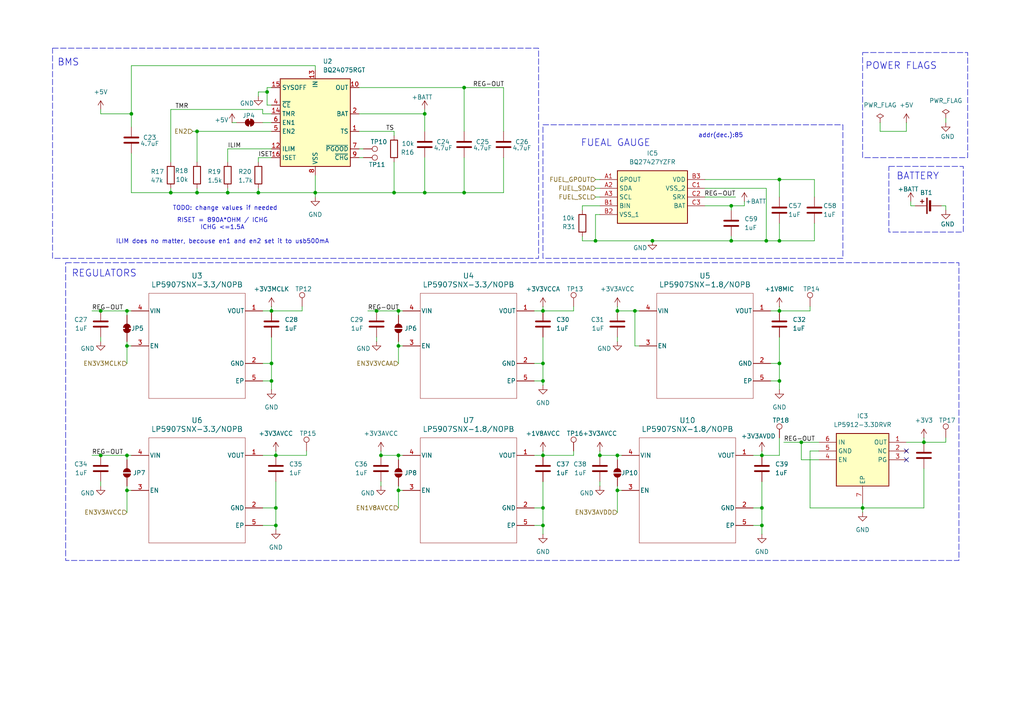
<source format=kicad_sch>
(kicad_sch (version 20250114) (generator "eeschema") (generator_version "9.0")
  (paper "A4")
  (title_block (title "POWER"))
  (lib_symbols
    (symbol "BQ27427YZFR:BQ27427YZFR"
      (property "Reference" "IC" (at 26.67 7.62 0))
      (property "Value" "BQ27427YZFR" (at 26.67 5.08 0))
      (symbol "BQ27427YZFR_1_1"
        (pin passive line (at 0 0 0) (length 5.08) (name "GPOUT") (number "A1"))
        (pin passive line (at 0 -2.54 0) (length 5.08) (name "SDA") (number "A2"))
        (pin passive line (at 0 -5.08 0) (length 5.08) (name "SCL") (number "A3"))
        (pin passive line (at 0 -7.62 0) (length 5.08) (name "BIN") (number "B1"))
        (pin passive line (at 0 -10.16 0) (length 5.08) (name "VSS_1") (number "B2"))
        (pin passive line (at 30.48 0 180) (length 5.08) (name "VDD") (number "B3"))
        (pin passive line (at 30.48 -2.54 180) (length 5.08) (name "VSS_2") (number "C1"))
        (pin passive line (at 30.48 -5.08 180) (length 5.08) (name "SRX") (number "C2"))
        (pin passive line (at 30.48 -7.62 180) (length 5.08) (name "BAT") (number "C3"))
      )
    )
    (symbol "Battery_Management:BQ24075RGT"
      (property "Reference" "U" (at -8.89 13.97 0))
      (property "Value" "BQ24075RGT" (at 16.51 13.97 0))
      (symbol "BQ24075RGT_1_1"
        (pin input line (at -12.7 10.16 0) (length 2.54) (name "SYSOFF") (number "15"))
        (pin input line (at -12.7 5.08 0) (length 2.54) (name "~{CE}") (number "4"))
        (pin input line (at -12.7 2.54 0) (length 2.54) (name "TMR") (number "14"))
        (pin input line (at -12.7 0 0) (length 2.54) (name "EN1") (number "6"))
        (pin input line (at -12.7 -2.54 0) (length 2.54) (name "EN2") (number "5"))
        (pin passive line (at -12.7 -7.62 0) (length 2.54) (name "ILIM") (number "12"))
        (pin passive line (at -12.7 -10.16 0) (length 2.54) (name "ISET") (number "16"))
        (pin power_in line (at 0 15.24 270) (length 2.54) (name "IN") (number "13"))
        (pin passive line (at 0 -15.24 90) (length 2.54) (hide yes) (name "VSS") (number "17"))
        (pin power_in line (at 0 -15.24 90) (length 2.54) (name "VSS") (number "8"))
        (pin power_out line (at 12.7 10.16 180) (length 2.54) (name "OUT") (number "10"))
        (pin passive line (at 12.7 10.16 180) (length 2.54) (hide yes) (name "OUT") (number "11"))
        (pin power_out line (at 12.7 2.54 180) (length 2.54) (name "BAT") (number "2"))
        (pin passive line (at 12.7 2.54 180) (length 2.54) (hide yes) (name "BAT") (number "3"))
        (pin passive line (at 12.7 -2.54 180) (length 2.54) (name "TS") (number "1"))
        (pin open_collector line (at 12.7 -7.62 180) (length 2.54) (name "~{PGOOD}") (number "7"))
        (pin open_collector line (at 12.7 -10.16 180) (length 2.54) (name "~{CHG}") (number "9"))
      )
    )
    (symbol "Connector:TestPoint" (pin_numbers (hide yes)) (pin_names (offset 0.762) (hide yes))
      (property "Reference" "TP" (at 0 6.858 0))
      (property "Value" "TestPoint" (at 0 5.08 0))
      (symbol "TestPoint_1_1"
        (pin passive line (at 0 0 90) (length 2.54) (name "1") (number "1"))
      )
    )
    (symbol "Device:Battery_Cell" (pin_numbers (hide yes)) (pin_names (offset 0) (hide yes))
      (property "Reference" "BT" (at 2.54 2.54 0))
      (property "Value" "Battery_Cell" (at 2.54 0 0))
      (symbol "Battery_Cell_1_1"
        (pin passive line (at 0 5.08 270) (length 2.54) (name "+") (number "1"))
        (pin passive line (at 0 -2.54 90) (length 2.54) (name "-") (number "2"))
      )
    )
    (symbol "Device:C" (pin_numbers (hide yes)) (pin_names (offset 0.254))
      (property "Reference" "C" (at 0.635 2.54 0))
      (property "Value" "C" (at 0.635 -2.54 0))
      (symbol "C_1_1"
        (pin passive line (at 0 3.81 270) (length 2.794) (name "~") (number "1"))
        (pin passive line (at 0 -3.81 90) (length 2.794) (name "~") (number "2"))
      )
    )
    (symbol "Device:R" (pin_numbers (hide yes)) (pin_names (offset 0))
      (property "Reference" "R" (at 2.032 0 90))
      (property "Value" "R" (at 0 0 90))
      (symbol "R_1_1"
        (pin passive line (at 0 3.81 270) (length 1.27) (name "~") (number "1"))
        (pin passive line (at 0 -3.81 90) (length 1.27) (name "~") (number "2"))
      )
    )
    (symbol "Jumper:SolderJumper_2_Bridged" (pin_numbers (hide yes)) (pin_names (offset 0) (hide yes)) (in_bom no)
      (property "Reference" "JP" (at 0 2.032 0))
      (property "Value" "SolderJumper_2_Bridged" (at 0 -2.54 0))
      (symbol "SolderJumper_2_Bridged_1_1"
        (pin passive line (at -3.81 0 0) (length 2.54) (name "A") (number "1"))
        (pin passive line (at 3.81 0 180) (length 2.54) (name "B") (number "2"))
      )
    )
    (symbol "Jumper:SolderJumper_2_Open" (pin_numbers (hide yes)) (pin_names (offset 0) (hide yes)) (in_bom no)
      (property "Reference" "JP" (at 0 2.032 0))
      (property "Value" "SolderJumper_2_Open" (at 0 -2.54 0))
      (symbol "SolderJumper_2_Open_1_1"
        (pin passive line (at -3.81 0 0) (length 2.54) (name "A") (number "1"))
        (pin passive line (at 3.81 0 180) (length 2.54) (name "B") (number "2"))
      )
    )
    (symbol "LP5907SNX-1-8-NOPB:LP5907SNX-1.8_NOPB" (pin_names (offset 0.254))
      (property "Reference" "U" (at 0 2.54 0))
      (property "Value" "LP5907SNX-1.8/NOPB" (at 0 0 0))
      (symbol "LP5907SNX-1.8_NOPB_0_1"
        (pin power_in line (at -17.78 10.16 0) (length 5.08) (name "VIN") (number "4"))
        (pin input line (at -17.78 0 0) (length 5.08) (name "EN") (number "3"))
        (pin power_in line (at 20.32 -5.08 180) (length 5.08) (name "GND") (number "2"))
        (pin power_in line (at 20.32 -10.16 180) (length 5.08) (name "EP") (number "5"))
      )
      (symbol "LP5907SNX-1.8_NOPB_1_1"
        (pin power_out line (at 20.32 10.16 180) (length 5.08) (name "VOUT") (number "1"))
      )
    )
    (symbol "LP5907SNX-3-3-NOPB:LP5907SNX-3.3_NOPB" (pin_names (offset 0.254))
      (property "Reference" "U" (at 0 2.54 0))
      (property "Value" "LP5907SNX-3.3/NOPB" (at 0 0 0))
      (symbol "LP5907SNX-3.3_NOPB_0_1"
        (pin power_in line (at -17.78 10.16 0) (length 5.08) (name "VIN") (number "4"))
        (pin input line (at -17.78 0 0) (length 5.08) (name "EN") (number "3"))
        (pin power_in line (at 20.32 -5.08 180) (length 5.08) (name "GND") (number "2"))
        (pin power_in line (at 20.32 -10.16 180) (length 5.08) (name "EP") (number "5"))
      )
      (symbol "LP5907SNX-3.3_NOPB_1_1"
        (pin power_out line (at 20.32 10.16 180) (length 5.08) (name "VOUT") (number "1"))
      )
    )
    (symbol "LP5912-3_3DRVR:LP5912-3.3DRVR"
      (property "Reference" "IC" (at 21.59 7.62 0))
      (property "Value" "LP5912-3.3DRVR" (at 21.59 5.08 0))
      (symbol "LP5912-3.3DRVR_1_1"
        (pin power_out line (at 0 0 0) (length 5.08) (name "OUT") (number "1"))
        (pin no_connect line (at 0 -2.54 0) (length 5.08) (name "NC") (number "2"))
        (pin passive line (at 0 -5.08 0) (length 5.08) (name "PG") (number "3"))
        (pin power_in line (at 12.7 -17.78 90) (length 5.08) (name "EP") (number "7"))
        (pin power_in line (at 25.4 0 180) (length 5.08) (name "IN") (number "6"))
        (pin power_in line (at 25.4 -2.54 180) (length 5.08) (name "GND") (number "5"))
        (pin passive line (at 25.4 -5.08 180) (length 5.08) (name "EN") (number "4"))
      )
    )
    (symbol "power:+1V8" (power) (pin_numbers (hide yes)) (pin_names (offset 0) (hide yes))
      (property "Value" "+1V8" (at 0 3.556 0))
      (symbol "+1V8_1_1"
        (pin power_in line (at 0 0 90) (length 0) (name "~") (number "1"))
      )
    )
    (symbol "power:+3V3" (power) (pin_numbers (hide yes)) (pin_names (offset 0) (hide yes))
      (property "Value" "+3V3" (at 0 3.556 0))
      (symbol "+3V3_1_1"
        (pin power_in line (at 0 0 90) (length 0) (name "~") (number "1"))
      )
    )
    (symbol "power:+5V" (power) (pin_numbers (hide yes)) (pin_names (offset 0) (hide yes))
      (property "Value" "+5V" (at 0 3.556 0))
      (symbol "+5V_1_1"
        (pin power_in line (at 0 0 90) (length 0) (name "~") (number "1"))
      )
    )
    (symbol "power:+BATT" (power) (pin_numbers (hide yes)) (pin_names (offset 0) (hide yes))
      (property "Value" "+BATT" (at 0 3.556 0))
      (symbol "+BATT_1_1"
        (pin power_in line (at 0 0 90) (length 0) (name "~") (number "1"))
      )
    )
    (symbol "power:GND" (power) (pin_numbers (hide yes)) (pin_names (offset 0) (hide yes))
      (property "Value" "GND" (at 0 -3.81 0))
      (symbol "GND_1_1"
        (pin power_in line (at 0 0 270) (length 0) (name "~") (number "1"))
      )
    )
    (symbol "power:PWR_FLAG" (power) (pin_numbers (hide yes)) (pin_names (offset 0) (hide yes))
      (property "Value" "PWR_FLAG" (at 0 3.81 0))
      (symbol "PWR_FLAG_0_0"
        (pin power_out line (at 0 0 90) (length 0) (name "~") (number "1"))
      )
    )
  )
  (rectangle (start 250.19 15.24) (end 280.67 45.72) (stroke (width 0) (type dash)))
  (rectangle (start 19.05 76.2) (end 278.13 162.56) (stroke (width 0) (type dash)))
  (rectangle (start 257.81 48.26) (end 279.4 67.31) (stroke (width 0) (type dash)))
  (rectangle (start 15.24 13.97) (end 156.21 74.93) (stroke (width 0) (type dash)))
  (rectangle (start 157.48 36.195) (end 244.475 74.93) (stroke (width 0) (type dash)))
  (text "TODO: change values if needed" (at 65.278 60.452 0) (effects (font (size 1.27 1.27))))
  (text "FUEAL GAUGE" (at 178.562 40.386 0) (effects (font (size 2 2)) (justify top)))
  (text "BMS" (at 19.812 17.018 0) (effects (font (size 2 2)) (justify top)))
  (text "POWER FLAGS" (at 261.366 18.034 0) (effects (font (size 2 2)) (justify top)))
  (text "RISET = 890A*OHM / ICHG\nICHG <=1.5A\n\nILIM does no matter, becouse en1 and en2 set it to usb500mA" (at 64.516 67.056 0) (effects (font (size 1.27 1.27))))
  (text "BATTERY\n" (at 266.192 50.038 0) (effects (font (size 2 2)) (justify top)))
  (text "addr(dec.):85" (at 209.042 39.37 0) (effects (font (size 1.27 1.27))))
  (text "REGULATORS" (at 30.226 78.232 0) (effects (font (size 2 2)) (justify top)))
  (junction (at 189.23 69.85))
  (junction (at 36.83 100.33))
  (junction (at 80.01 152.4))
  (junction (at 157.48 147.32))
  (junction (at 220.98 132.08))
  (junction (at 80.01 147.32))
  (junction (at 267.97 128.27))
  (junction (at 29.21 90.17))
  (junction (at 78.74 105.41))
  (junction (at 212.09 69.85))
  (junction (at 91.44 55.88))
  (junction (at 66.04 55.88))
  (junction (at 110.49 132.08))
  (junction (at 179.07 132.08))
  (junction (at 250.19 147.32))
  (junction (at 226.06 105.41))
  (junction (at 232.41 128.27))
  (junction (at 157.48 110.49))
  (junction (at 36.83 90.17))
  (junction (at 157.48 105.41))
  (junction (at 157.48 152.4))
  (junction (at 36.83 132.08))
  (junction (at 157.48 90.17))
  (junction (at 115.57 132.08))
  (junction (at 220.98 147.32))
  (junction (at 29.21 132.08))
  (junction (at 179.07 142.24))
  (junction (at 220.98 152.4))
  (junction (at 212.09 59.69))
  (junction (at 78.74 90.17))
  (junction (at 226.06 110.49))
  (junction (at 49.53 55.88))
  (junction (at 123.19 33.02))
  (junction (at 172.72 69.85))
  (junction (at 78.74 110.49))
  (junction (at 173.99 132.08))
  (junction (at 134.62 25.4))
  (junction (at 222.25 69.85))
  (junction (at 115.57 142.24))
  (junction (at 226.06 52.07))
  (junction (at 184.15 90.17))
  (junction (at 77.47 26.67))
  (junction (at 80.01 132.08))
  (junction (at 226.06 90.17))
  (junction (at 109.22 90.17))
  (junction (at 57.15 38.1))
  (junction (at 115.57 90.17))
  (junction (at 36.83 142.24))
  (junction (at 226.06 69.85))
  (junction (at 57.15 55.88))
  (junction (at 114.3 55.88))
  (junction (at 134.62 55.88))
  (junction (at 74.93 55.88))
  (junction (at 38.1 33.02))
  (junction (at 123.19 55.88))
  (junction (at 115.57 100.33))
  (junction (at 179.07 90.17))
  (junction (at 157.48 132.08))
  (no_connect (at 262.89 130.81))
  (no_connect (at 262.89 133.35))
  (wire (pts (xy 57.15 38.1) (xy 57.15 46.99)))
  (wire (pts (xy 49.53 31.75) (xy 76.2 31.75)))
  (wire (pts (xy 80.01 139.7) (xy 80.01 147.32)))
  (wire (pts (xy 76.2 90.17) (xy 78.74 90.17)))
  (wire (pts (xy 168.91 60.96) (xy 168.91 59.69)))
  (wire (pts (xy 234.95 147.32) (xy 250.19 147.32)))
  (wire (pts (xy 115.57 90.17) (xy 115.57 91.44)))
  (wire (pts (xy 237.49 133.35) (xy 232.41 133.35)))
  (wire (pts (xy 115.57 142.24) (xy 115.57 140.97)))
  (wire (pts (xy 168.91 68.58) (xy 168.91 69.85)))
  (wire (pts (xy 218.44 152.4) (xy 220.98 152.4)))
  (wire (pts (xy 179.07 142.24) (xy 179.07 148.59)))
  (wire (pts (xy 57.15 54.61) (xy 57.15 55.88)))
  (wire (pts (xy 250.19 147.32) (xy 250.19 148.59)))
  (wire (pts (xy 166.37 132.08) (xy 157.48 132.08)))
  (wire (pts (xy 274.32 60.96) (xy 274.32 59.69)))
  (wire (pts (xy 115.57 132.08) (xy 115.57 133.35)))
  (wire (pts (xy 226.06 105.41) (xy 226.06 110.49)))
  (wire (pts (xy 106.68 90.17) (xy 109.22 90.17)))
  (wire (pts (xy 146.05 38.1) (xy 146.05 25.4)))
  (wire (pts (xy 226.06 90.17) (xy 226.06 88.9)))
  (wire (pts (xy 223.52 90.17) (xy 226.06 90.17)))
  (wire (pts (xy 274.32 34.29) (xy 274.32 35.56)))
  (wire (pts (xy 38.1 142.24) (xy 36.83 142.24)))
  (wire (pts (xy 38.1 19.05) (xy 38.1 33.02)))
  (wire (pts (xy 172.72 62.23) (xy 173.99 62.23)))
  (wire (pts (xy 226.06 64.77) (xy 226.06 69.85)))
  (wire (pts (xy 29.21 99.06) (xy 29.21 97.79)))
  (wire (pts (xy 77.47 25.4) (xy 77.47 26.67)))
  (wire (pts (xy 36.83 100.33) (xy 38.1 100.33)))
  (wire (pts (xy 91.44 19.05) (xy 91.44 20.32)))
  (wire (pts (xy 91.44 19.05) (xy 38.1 19.05)))
  (wire (pts (xy 105.41 43.18) (xy 104.14 43.18)))
  (wire (pts (xy 134.62 45.72) (xy 134.62 55.88)))
  (wire (pts (xy 189.23 69.85) (xy 172.72 69.85)))
  (wire (pts (xy 157.48 90.17) (xy 157.48 88.9)))
  (wire (pts (xy 250.19 146.05) (xy 250.19 147.32)))
  (wire (pts (xy 173.99 132.08) (xy 179.07 132.08)))
  (wire (pts (xy 267.97 147.32) (xy 250.19 147.32)))
  (wire (pts (xy 179.07 140.97) (xy 179.07 142.24)))
  (wire (pts (xy 226.06 127) (xy 226.06 132.08)))
  (wire (pts (xy 91.44 57.15) (xy 91.44 55.88)))
  (wire (pts (xy 226.06 132.08) (xy 220.98 132.08)))
  (wire (pts (xy 104.14 33.02) (xy 123.19 33.02)))
  (wire (pts (xy 29.21 140.97) (xy 29.21 139.7)))
  (wire (pts (xy 220.98 139.7) (xy 220.98 147.32)))
  (wire (pts (xy 74.93 45.72) (xy 74.93 46.99)))
  (wire (pts (xy 222.25 54.61) (xy 222.25 69.85)))
  (wire (pts (xy 179.07 132.08) (xy 180.34 132.08)))
  (wire (pts (xy 267.97 127) (xy 267.97 128.27)))
  (wire (pts (xy 76.2 33.02) (xy 78.74 33.02)))
  (wire (pts (xy 76.2 31.75) (xy 76.2 33.02)))
  (wire (pts (xy 78.74 90.17) (xy 78.74 88.9)))
  (wire (pts (xy 104.14 38.1) (xy 114.3 38.1)))
  (wire (pts (xy 74.93 45.72) (xy 78.74 45.72)))
  (wire (pts (xy 115.57 100.33) (xy 116.84 100.33)))
  (wire (pts (xy 87.63 88.9) (xy 87.63 90.17)))
  (wire (pts (xy 237.49 130.81) (xy 234.95 130.81)))
  (wire (pts (xy 114.3 55.88) (xy 123.19 55.88)))
  (wire (pts (xy 36.83 132.08) (xy 36.83 133.35)))
  (wire (pts (xy 226.06 69.85) (xy 222.25 69.85)))
  (wire (pts (xy 204.47 57.15) (xy 213.36 57.15)))
  (wire (pts (xy 218.44 132.08) (xy 220.98 132.08)))
  (wire (pts (xy 154.94 147.32) (xy 157.48 147.32)))
  (wire (pts (xy 76.2 105.41) (xy 78.74 105.41)))
  (wire (pts (xy 87.63 90.17) (xy 78.74 90.17)))
  (wire (pts (xy 114.3 38.1) (xy 114.3 39.37)))
  (wire (pts (xy 80.01 132.08) (xy 80.01 130.81)))
  (wire (pts (xy 274.32 59.69) (xy 273.05 59.69)))
  (wire (pts (xy 76.2 132.08) (xy 80.01 132.08)))
  (wire (pts (xy 220.98 132.08) (xy 220.98 130.81)))
  (wire (pts (xy 49.53 55.88) (xy 57.15 55.88)))
  (wire (pts (xy 36.83 105.41) (xy 36.83 100.33)))
  (wire (pts (xy 78.74 105.41) (xy 78.74 110.49)))
  (wire (pts (xy 189.23 69.85) (xy 212.09 69.85)))
  (wire (pts (xy 114.3 46.99) (xy 114.3 55.88)))
  (wire (pts (xy 36.83 132.08) (xy 38.1 132.08)))
  (wire (pts (xy 185.42 100.33) (xy 184.15 100.33)))
  (wire (pts (xy 49.53 54.61) (xy 49.53 55.88)))
  (wire (pts (xy 36.83 142.24) (xy 36.83 148.59)))
  (wire (pts (xy 157.48 105.41) (xy 157.48 110.49)))
  (wire (pts (xy 212.09 69.85) (xy 222.25 69.85)))
  (wire (pts (xy 104.14 25.4) (xy 134.62 25.4)))
  (wire (pts (xy 74.93 26.67) (xy 74.93 27.94)))
  (wire (pts (xy 204.47 59.69) (xy 212.09 59.69)))
  (wire (pts (xy 220.98 152.4) (xy 220.98 154.94)))
  (wire (pts (xy 255.27 38.1) (xy 262.89 38.1)))
  (wire (pts (xy 123.19 55.88) (xy 134.62 55.88)))
  (wire (pts (xy 115.57 142.24) (xy 115.57 147.32)))
  (wire (pts (xy 76.2 152.4) (xy 80.01 152.4)))
  (wire (pts (xy 274.32 128.27) (xy 267.97 128.27)))
  (wire (pts (xy 116.84 142.24) (xy 115.57 142.24)))
  (wire (pts (xy 262.89 38.1) (xy 262.89 35.56)))
  (wire (pts (xy 223.52 110.49) (xy 226.06 110.49)))
  (wire (pts (xy 157.48 110.49) (xy 157.48 111.76)))
  (wire (pts (xy 109.22 99.06) (xy 109.22 97.79)))
  (wire (pts (xy 168.91 59.69) (xy 173.99 59.69)))
  (wire (pts (xy 172.72 52.07) (xy 173.99 52.07)))
  (wire (pts (xy 236.22 69.85) (xy 226.06 69.85)))
  (wire (pts (xy 38.1 33.02) (xy 38.1 36.83)))
  (wire (pts (xy 267.97 135.89) (xy 267.97 147.32)))
  (wire (pts (xy 146.05 55.88) (xy 134.62 55.88)))
  (wire (pts (xy 234.95 88.9) (xy 234.95 90.17)))
  (wire (pts (xy 29.21 132.08) (xy 36.83 132.08)))
  (wire (pts (xy 232.41 133.35) (xy 232.41 128.27)))
  (wire (pts (xy 179.07 99.06) (xy 179.07 97.79)))
  (wire (pts (xy 78.74 97.79) (xy 78.74 105.41)))
  (wire (pts (xy 36.83 142.24) (xy 36.83 140.97)))
  (wire (pts (xy 157.48 97.79) (xy 157.48 105.41)))
  (wire (pts (xy 29.21 33.02) (xy 38.1 33.02)))
  (wire (pts (xy 154.94 152.4) (xy 157.48 152.4)))
  (wire (pts (xy 215.9 58.42) (xy 215.9 59.69)))
  (wire (pts (xy 154.94 90.17) (xy 157.48 90.17)))
  (wire (pts (xy 57.15 38.1) (xy 78.74 38.1)))
  (wire (pts (xy 74.93 55.88) (xy 91.44 55.88)))
  (wire (pts (xy 236.22 52.07) (xy 226.06 52.07)))
  (wire (pts (xy 88.9 130.81) (xy 88.9 132.08)))
  (wire (pts (xy 115.57 99.06) (xy 115.57 100.33)))
  (wire (pts (xy 157.48 139.7) (xy 157.48 147.32)))
  (wire (pts (xy 264.16 59.69) (xy 265.43 59.69)))
  (wire (pts (xy 134.62 25.4) (xy 134.62 38.1)))
  (wire (pts (xy 227.33 128.27) (xy 232.41 128.27)))
  (wire (pts (xy 154.94 132.08) (xy 157.48 132.08)))
  (wire (pts (xy 154.94 105.41) (xy 157.48 105.41)))
  (wire (pts (xy 109.22 90.17) (xy 115.57 90.17)))
  (wire (pts (xy 226.06 97.79) (xy 226.06 105.41)))
  (wire (pts (xy 173.99 140.97) (xy 173.99 139.7)))
  (wire (pts (xy 234.95 130.81) (xy 234.95 147.32)))
  (wire (pts (xy 26.67 132.08) (xy 29.21 132.08)))
  (wire (pts (xy 172.72 57.15) (xy 173.99 57.15)))
  (wire (pts (xy 36.83 90.17) (xy 38.1 90.17)))
  (wire (pts (xy 74.93 54.61) (xy 74.93 55.88)))
  (wire (pts (xy 115.57 100.33) (xy 115.57 105.41)))
  (wire (pts (xy 236.22 57.15) (xy 236.22 52.07)))
  (wire (pts (xy 74.93 26.67) (xy 77.47 26.67)))
  (wire (pts (xy 115.57 132.08) (xy 110.49 132.08)))
  (wire (pts (xy 78.74 110.49) (xy 78.74 113.03)))
  (wire (pts (xy 80.01 152.4) (xy 80.01 147.32)))
  (wire (pts (xy 154.94 110.49) (xy 157.48 110.49)))
  (wire (pts (xy 264.16 58.42) (xy 264.16 59.69)))
  (wire (pts (xy 220.98 147.32) (xy 220.98 152.4)))
  (wire (pts (xy 55.88 38.1) (xy 57.15 38.1)))
  (wire (pts (xy 66.04 43.18) (xy 78.74 43.18)))
  (wire (pts (xy 236.22 64.77) (xy 236.22 69.85)))
  (wire (pts (xy 173.99 132.08) (xy 173.99 130.81)))
  (wire (pts (xy 223.52 105.41) (xy 226.06 105.41)))
  (wire (pts (xy 180.34 142.24) (xy 179.07 142.24)))
  (wire (pts (xy 166.37 90.17) (xy 157.48 90.17)))
  (wire (pts (xy 172.72 54.61) (xy 173.99 54.61)))
  (wire (pts (xy 38.1 44.45) (xy 38.1 55.88)))
  (wire (pts (xy 134.62 25.4) (xy 146.05 25.4)))
  (wire (pts (xy 29.21 90.17) (xy 36.83 90.17)))
  (wire (pts (xy 104.14 45.72) (xy 105.41 45.72)))
  (wire (pts (xy 184.15 90.17) (xy 184.15 100.33)))
  (wire (pts (xy 172.72 69.85) (xy 172.72 62.23)))
  (wire (pts (xy 77.47 30.48) (xy 78.74 30.48)))
  (wire (pts (xy 204.47 54.61) (xy 222.25 54.61)))
  (wire (pts (xy 78.74 110.49) (xy 76.2 110.49)))
  (wire (pts (xy 116.84 132.08) (xy 115.57 132.08)))
  (wire (pts (xy 123.19 33.02) (xy 123.19 38.1)))
  (wire (pts (xy 36.83 90.17) (xy 36.83 91.44)))
  (wire (pts (xy 110.49 132.08) (xy 110.49 130.81)))
  (wire (pts (xy 26.67 90.17) (xy 29.21 90.17)))
  (wire (pts (xy 255.27 35.56) (xy 255.27 38.1)))
  (wire (pts (xy 166.37 130.81) (xy 166.37 132.08)))
  (wire (pts (xy 123.19 31.75) (xy 123.19 33.02)))
  (wire (pts (xy 157.48 152.4) (xy 157.48 154.94)))
  (wire (pts (xy 157.48 147.32) (xy 157.48 152.4)))
  (wire (pts (xy 36.83 100.33) (xy 36.83 99.06)))
  (wire (pts (xy 91.44 50.8) (xy 91.44 55.88)))
  (wire (pts (xy 76.2 35.56) (xy 78.74 35.56)))
  (wire (pts (xy 88.9 132.08) (xy 80.01 132.08)))
  (wire (pts (xy 168.91 69.85) (xy 172.72 69.85)))
  (wire (pts (xy 234.95 90.17) (xy 226.06 90.17)))
  (wire (pts (xy 157.48 132.08) (xy 157.48 130.81)))
  (wire (pts (xy 274.32 127) (xy 274.32 128.27)))
  (wire (pts (xy 184.15 90.17) (xy 179.07 90.17)))
  (wire (pts (xy 218.44 147.32) (xy 220.98 147.32)))
  (wire (pts (xy 166.37 88.9) (xy 166.37 90.17)))
  (wire (pts (xy 146.05 45.72) (xy 146.05 55.88)))
  (wire (pts (xy 110.49 140.97) (xy 110.49 139.7)))
  (wire (pts (xy 226.06 110.49) (xy 226.06 113.03)))
  (wire (pts (xy 123.19 45.72) (xy 123.19 55.88)))
  (wire (pts (xy 76.2 147.32) (xy 80.01 147.32)))
  (wire (pts (xy 38.1 55.88) (xy 49.53 55.88)))
  (wire (pts (xy 179.07 132.08) (xy 179.07 133.35)))
  (wire (pts (xy 232.41 128.27) (xy 237.49 128.27)))
  (wire (pts (xy 179.07 90.17) (xy 179.07 88.9)))
  (wire (pts (xy 49.53 31.75) (xy 49.53 46.99)))
  (wire (pts (xy 66.04 55.88) (xy 74.93 55.88)))
  (wire (pts (xy 226.06 52.07) (xy 226.06 57.15)))
  (wire (pts (xy 267.97 128.27) (xy 262.89 128.27)))
  (wire (pts (xy 212.09 59.69) (xy 212.09 60.96)))
  (wire (pts (xy 67.31 35.56) (xy 68.58 35.56)))
  (wire (pts (xy 66.04 54.61) (xy 66.04 55.88)))
  (wire (pts (xy 212.09 68.58) (xy 212.09 69.85)))
  (wire (pts (xy 204.47 52.07) (xy 226.06 52.07)))
  (wire (pts (xy 78.74 25.4) (xy 77.47 25.4)))
  (wire (pts (xy 185.42 90.17) (xy 184.15 90.17)))
  (wire (pts (xy 115.57 90.17) (xy 116.84 90.17)))
  (wire (pts (xy 57.15 55.88) (xy 66.04 55.88)))
  (wire (pts (xy 29.21 31.75) (xy 29.21 33.02)))
  (wire (pts (xy 66.04 46.99) (xy 66.04 43.18)))
  (wire (pts (xy 215.9 59.69) (xy 212.09 59.69)))
  (wire (pts (xy 80.01 152.4) (xy 80.01 153.67)))
  (wire (pts (xy 91.44 55.88) (xy 114.3 55.88)))
  (wire (pts (xy 77.47 26.67) (xy 77.47 30.48)))
  (label "REG-OUT" (at 106.68 90.17 0))
  (label "REG-OUT" (at 137.16 25.4 0))
  (label "ILIM" (at 66.04 43.18 0))
  (label "REG-OUT" (at 227.33 128.27 0))
  (label "REG-OUT" (at 213.36 57.15 180))
  (label "TMR" (at 50.8 31.75 0))
  (label "TS" (at 114.3 38.1 180))
  (label "REG-OUT" (at 26.67 132.08 0))
  (label "ISET" (at 74.93 45.72 0))
  (label "REG-OUT" (at 26.67 90.17 0))
  (hierarchical_label "EN3V3AVCC" (shape input) (at 36.83 148.59 180))
  (hierarchical_label "EN3V3MCLK" (shape input) (at 36.83 105.41 180))
  (hierarchical_label "EN3V3VCAA" (shape input) (at 115.57 105.41 180))
  (hierarchical_label "FUEL_SCL" (shape input) (at 172.72 57.15 180))
  (hierarchical_label "FUEL_SDA" (shape input) (at 172.72 54.61 180))
  (hierarchical_label "EN1V8AVCC" (shape input) (at 115.57 147.32 180))
  (hierarchical_label "EN3V3AVDD" (shape input) (at 179.07 148.59 180))
  (hierarchical_label "EN2" (shape input) (at 55.88 38.1 180))
  (hierarchical_label "FUEL_GPOUT" (shape input) (at 172.72 52.07 180))
  (symbol (lib_id "Device:C") (at 267.97 132.08 0) (unit 1)
    (property "Reference" "C33" (effects (hide yes)))
    (property "Value" "1uF" (effects (hide yes)))
    (property "Footprint" "Capacitor_SMD:C_0402_1005Metric" (effects (hide yes)))
    (property "Description" "Unpolarized capacitor" (effects (hide yes)))
  )
  (symbol (lib_id "Device:C") (at 109.22 93.98 0) (mirror y) (unit 1)
    (property "Reference" "C29" (at 105.41 92.7099 0) (effects (justify left)))
    (property "Value" "1uF" (at 105.41 95.2499 0) (effects (justify left)))
    (property "Footprint" "Capacitor_SMD:C_0402_1005Metric" (effects (hide yes)))
    (property "Description" "Unpolarized capacitor" (effects (hide yes)))
  )
  (symbol (lib_id "power:+1V8") (at 226.06 88.9 0) (unit 1)
    (property "Reference" "#PWR037" (effects (hide yes)))
    (property "Value" "+1V8MIC" (at 226.06 83.82 0))
    (property "Description" "Power symbol creates a global label with name \"+1V8\"" (effects (hide yes)))
  )
  (symbol (lib_id "power:+BATT") (at 215.9 58.42 0) (unit 1)
    (property "Reference" "#PWR0105" (effects (hide yes)))
    (property "Value" "+BATT" (at 219.202 58.42 0))
    (property "Description" "Power symbol creates a global label with name \"+BATT\"" (effects (hide yes)))
  )
  (symbol (lib_id "Jumper:SolderJumper_2_Open") (at 115.57 95.25 90) (mirror x) (unit 1) (in_bom no)
    (property "Reference" "JP6" (at 119.126 95.25 90))
    (property "Value" "SolderJumper_2_Open" (effects (hide yes)))
    (property "Footprint" "Jumper:SolderJumper-2_P1.3mm_Open_RoundedPad1.0x1.5mm" (effects (hide yes)))
    (property "Description" "Solder Jumper, 2-pole, open" (effects (hide yes)))
  )
  (symbol (lib_id "Device:C") (at 226.06 93.98 0) (unit 1)
    (property "Reference" "C32" (at 229.87 92.7099 0) (effects (justify left)))
    (property "Value" "1uF" (at 229.87 95.2499 0) (effects (justify left)))
    (property "Footprint" "Capacitor_SMD:C_0402_1005Metric" (effects (hide yes)))
    (property "Description" "Unpolarized capacitor" (effects (hide yes)))
  )
  (symbol (lib_id "Device:C") (at 173.99 135.89 0) (mirror y) (unit 1)
    (property "Reference" "C38" (at 170.18 134.6199 0) (effects (justify left)))
    (property "Value" "1uF" (at 170.18 137.1599 0) (effects (justify left)))
    (property "Footprint" "Capacitor_SMD:C_0402_1005Metric" (effects (hide yes)))
    (property "Description" "Unpolarized capacitor" (effects (hide yes)))
  )
  (symbol (lib_id "power:+1V8") (at 179.07 88.9 0) (unit 1)
    (property "Reference" "#PWR036" (effects (hide yes)))
    (property "Value" "+3V3AVCC" (at 179.07 83.82 0))
    (property "Description" "Power symbol creates a global label with name \"+1V8\"" (effects (hide yes)))
  )
  (symbol (lib_id "LP5907SNX-1-8-NOPB:LP5907SNX-1.8_NOPB") (at 203.2 100.33 0) (unit 1)
    (property "Reference" "U5" (at 204.47 80.01 0) (effects (font (size 1.524 1.524))))
    (property "Value" "LP5907SNX-1.8/NOPB" (at 204.47 82.55 0) (effects (font (size 1.524 1.524))))
    (property "Footprint" "Package_SON:Texas_X2SON-4_1x1mm_P0.65mm" (effects (hide yes)))
    (property "Datasheet" "https://www.ti.com/lit/ds/symlink/lp5907.pdf?ts=1747978823487&ref_url=https%253A%252F%252Fwww.ti.com%252Fproduct%252FLP5907%253FkeyMatch%253DLP5907-1.8%2526tisearch%253Duniversal_search" (effects (hide yes)))
  )
  (symbol (lib_id "LP5907SNX-3-3-NOPB:LP5907SNX-3.3_NOPB") (at 55.88 100.33 0) (unit 1)
    (property "Reference" "U3" (at 57.15 80.01 0) (effects (font (size 1.524 1.524))))
    (property "Value" "LP5907SNX-3.3/NOPB" (at 57.15 82.55 0) (effects (font (size 1.524 1.524))))
    (property "Footprint" "Package_SON:Texas_X2SON-4_1x1mm_P0.65mm" (effects (hide yes)))
    (property "Datasheet" "https://www.ti.com/lit/ds/symlink/lp5907.pdf?ts=1747978823487&ref_url=https%253A%252F%252Fwww.ti.com%252Fproduct%252FLP5907%253FkeyMatch%253DLP5907-1.8%2526tisearch%253Duniversal_search" (effects (hide yes)))
  )
  (symbol (lib_id "Device:C") (at 157.48 93.98 0) (unit 1)
    (property "Reference" "C30" (at 161.29 92.7099 0) (effects (justify left)))
    (property "Value" "1uF" (at 161.29 95.2499 0) (effects (justify left)))
    (property "Footprint" "Capacitor_SMD:C_0402_1005Metric" (effects (hide yes)))
    (property "Description" "Unpolarized capacitor" (effects (hide yes)))
  )
  (symbol (lib_id "LP5912-3_3DRVR:LP5912-3.3DRVR") (at 262.89 128.27 0) (mirror y) (unit 1)
    (property "Reference" "IC3" (at 250.19 120.65 0))
    (property "Value" "LP5912-3.3DRVR" (at 250.19 123.19 0))
    (property "Footprint" "LP5912-3.3DRVR:SON65P200X200X80-7N" (effects (hide yes)))
    (property "Datasheet" "http://www.ti.com/lit/gpn/lp5912" (effects (hide yes)))
    (property "Description" "500-mA low-noise low-IQ low-dropout (LDO) linear regulator" (effects (hide yes)))
    (property "Height" "0.8" (effects (hide yes)))
    (property "Manufacturer_Name" "Texas Instruments" (effects (hide yes)))
    (property "Manufacturer_Part_Number" "LP5912-3.3DRVR" (effects (hide yes)))
    (property "Mouser Part Number" "595-LP5912-3.3DRVR" (effects (hide yes)))
    (property "Mouser Price/Stock" "https://www.mouser.co.uk/ProductDetail/Texas-Instruments/LP5912-3.3DRVR?qs=n%252BTO0c4TDSY0RMrHlK%2FGvQ%3D%3D" (effects (hide yes)))
    (property "Arrow Part Number" "LP5912-3.3DRVR" (effects (hide yes)))
    (property "Arrow Price/Stock" "https://www.arrow.com/en/products/lp5912-3.3drvr/texas-instruments?utm_currency=USD&region=nac" (effects (hide yes)))
  )
  (symbol (lib_id "power:+1V8") (at 173.99 130.81 0) (unit 1)
    (property "Reference" "#PWR045" (effects (hide yes)))
    (property "Value" "+3V3AVCC" (at 173.99 125.73 0))
    (property "Description" "Power symbol creates a global label with name \"+1V8\"" (effects (hide yes)))
  )
  (symbol (lib_id "LP5907SNX-1-8-NOPB:LP5907SNX-1.8_NOPB") (at 198.12 142.24 0) (unit 1)
    (property "Reference" "U10" (at 199.39 121.92 0) (effects (font (size 1.524 1.524))))
    (property "Value" "LP5907SNX-1.8/NOPB" (at 199.39 124.46 0) (effects (font (size 1.524 1.524))))
    (property "Footprint" "Package_SON:Texas_X2SON-4_1x1mm_P0.65mm" (effects (hide yes)))
    (property "Datasheet" "https://www.ti.com/lit/ds/symlink/lp5907.pdf?ts=1747978823487&ref_url=https%253A%252F%252Fwww.ti.com%252Fproduct%252FLP5907%253FkeyMatch%253DLP5907-1.8%2526tisearch%253Duniversal_search" (effects (hide yes)))
  )
  (symbol (lib_id "Battery_Management:BQ24075RGT") (at 91.44 35.56 0) (unit 1)
    (property "Reference" "U2" (at 93.6341 17.78 0) (effects (justify left)))
    (property "Value" "BQ24075RGT" (at 93.6341 20.32 0) (effects (justify left)))
    (property "Footprint" "Package_DFN_QFN:VQFN-16-1EP_3x3mm_P0.5mm_EP1.6x1.6mm" (effects (hide yes)))
    (property "Datasheet" "http://www.ti.com/lit/ds/symlink/bq24075.pdf" (effects (hide yes)))
    (property "Description" "USB-Friendly Li-Ion Battery Charger and Power-Path Management, VQFN-16" (effects (hide yes)))
  )
  (symbol (lib_id "Device:C") (at 157.48 135.89 0) (unit 1)
    (property "Reference" "C37" (at 161.29 134.6199 0) (effects (justify left)))
    (property "Value" "1uF" (at 161.29 137.1599 0) (effects (justify left)))
    (property "Footprint" "Capacitor_SMD:C_0402_1005Metric" (effects (hide yes)))
    (property "Description" "Unpolarized capacitor" (effects (hide yes)))
  )
  (symbol (lib_id "Device:C") (at 226.06 60.96 0) (unit 1)
    (property "Reference" "C57" (at 228.6 59.69 0) (effects (justify left)))
    (property "Value" "1uF" (at 228.6 62.23 0) (effects (justify left)))
    (property "Footprint" "Capacitor_SMD:C_0402_1005Metric" (effects (hide yes)))
    (property "Description" "Unpolarized capacitor" (effects (hide yes)))
  )
  (symbol (lib_id "Jumper:SolderJumper_2_Bridged") (at 72.39 35.56 0) (unit 1) (in_bom no)
    (property "Reference" "JP4" (at 72.136 33.528 0))
    (property "Value" "SolderJumper_2_Bridged" (effects (hide yes)))
    (property "Footprint" "Jumper:SolderJumper-2_P1.3mm_Bridged_RoundedPad1.0x1.5mm" (effects (hide yes)))
    (property "Description" "Solder Jumper, 2-pole, closed/bridged" (effects (hide yes)))
  )
  (symbol (lib_id "Device:C") (at 212.09 64.77 0) (unit 1)
    (property "Reference" "C59" (at 215.9 63.4999 0) (effects (justify left)))
    (property "Value" "1uF" (at 215.9 66.0399 0) (effects (justify left)))
    (property "Footprint" "Capacitor_SMD:C_0402_1005Metric" (effects (hide yes)))
    (property "Description" "Unpolarized capacitor" (effects (hide yes)))
  )
  (symbol (lib_id "Device:Battery_Cell") (at 270.51 59.69 90) (unit 1)
    (property "Reference" "BT1" (at 270.51 55.88 90) (effects (justify left)))
    (property "Value" "Battery_Cell" (effects (hide yes)))
    (property "Footprint" "S2B-PH-SM4-TB_LF__SN_:JST_S2B-PH-SM4-TB_LF__SN_" (effects (hide yes)))
    (property "Description" "Single-cell battery" (effects (hide yes)))
  )
  (symbol (lib_id "power:GND") (at 74.93 27.94 0) (unit 1)
    (property "Reference" "#PWR029" (effects (hide yes)))
    (property "Value" "GND" (at 71.628 29.972 0))
    (property "Description" "Power symbol creates a global label with name \"GND\" , ground" (effects (hide yes)))
  )
  (symbol (lib_id "Device:C") (at 236.22 60.96 0) (unit 1)
    (property "Reference" "C58" (at 238.76 59.69 0) (effects (justify left)))
    (property "Value" "1uF" (at 238.76 62.23 0) (effects (justify left)))
    (property "Footprint" "Capacitor_SMD:C_0402_1005Metric" (effects (hide yes)))
    (property "Description" "Unpolarized capacitor" (effects (hide yes)))
  )
  (symbol (lib_id "power:+1V8") (at 80.01 130.81 0) (unit 1)
    (property "Reference" "#PWR047" (effects (hide yes)))
    (property "Value" "+3V3AVCC" (at 80.01 125.73 0))
    (property "Description" "Power symbol creates a global label with name \"+1V8\"" (effects (hide yes)))
  )
  (symbol (lib_id "power:+BATT") (at 123.19 31.75 0) (unit 1)
    (property "Reference" "#PWR0108" (effects (hide yes)))
    (property "Value" "+BATT" (at 122.428 28.194 0))
    (property "Description" "Power symbol creates a global label with name \"+BATT\"" (effects (hide yes)))
  )
  (symbol (lib_id "power:GND") (at 110.49 140.97 0) (mirror y) (unit 1)
    (property "Reference" "#PWR051" (effects (hide yes)))
    (property "Value" "GND" (at 106.68 143.002 0))
    (property "Description" "Power symbol creates a global label with name \"GND\" , ground" (effects (hide yes)))
  )
  (symbol (lib_id "Device:C") (at 29.21 93.98 0) (mirror y) (unit 1)
    (property "Reference" "C27" (at 25.4 92.7099 0) (effects (justify left)))
    (property "Value" "1uF" (at 25.4 95.2499 0) (effects (justify left)))
    (property "Footprint" "Capacitor_SMD:C_0402_1005Metric" (effects (hide yes)))
    (property "Description" "Unpolarized capacitor" (effects (hide yes)))
  )
  (symbol (lib_id "Device:C") (at 134.62 41.91 0) (mirror x) (unit 1)
    (property "Reference" "C25" (at 139.954 41.148 0))
    (property "Value" "4.7uF" (at 139.954 42.926 0))
    (property "Footprint" "Capacitor_SMD:C_0402_1005Metric" (effects (hide yes)))
    (property "Description" "Unpolarized capacitor" (effects (hide yes)))
    (property "LCSC" "C307423" (effects (hide yes)))
  )
  (symbol (lib_id "Connector:TestPoint") (at 166.37 130.81 0) (unit 1)
    (property "Reference" "TP16" (at 164.338 125.73 0) (effects (justify left)))
    (property "Value" "TestPoint" (effects (hide yes)))
    (property "Footprint" "TestPoint:TestPoint_Pad_D1.5mm" (effects (hide yes)))
    (property "Description" "test point" (effects (hide yes)))
  )
  (symbol (lib_id "Connector:TestPoint") (at 166.37 88.9 0) (unit 1)
    (property "Reference" "TP13" (at 164.338 83.82 0) (effects (justify left)))
    (property "Value" "TestPoint" (effects (hide yes)))
    (property "Footprint" "TestPoint:TestPoint_Pad_D1.5mm" (effects (hide yes)))
    (property "Description" "test point" (effects (hide yes)))
  )
  (symbol (lib_id "Device:R") (at 66.04 50.8 0) (unit 1)
    (property "Reference" "R19" (at 60.198 49.784 0) (effects (justify left)))
    (property "Value" "1.5k" (at 60.198 52.324 0) (effects (justify left)))
    (property "Footprint" "Resistor_SMD:R_0402_1005Metric" (effects (hide yes)))
    (property "Description" "Resistor" (effects (hide yes)))
    (property "LCSC" "C25867" (effects (hide yes)))
  )
  (symbol (lib_id "Device:C") (at 179.07 93.98 0) (mirror y) (unit 1)
    (property "Reference" "C31" (at 175.26 92.7099 0) (effects (justify left)))
    (property "Value" "1uF" (at 175.26 95.2499 0) (effects (justify left)))
    (property "Footprint" "Capacitor_SMD:C_0402_1005Metric" (effects (hide yes)))
    (property "Description" "Unpolarized capacitor" (effects (hide yes)))
  )
  (symbol (lib_id "Jumper:SolderJumper_2_Bridged") (at 36.83 95.25 90) (unit 1) (in_bom no)
    (property "Reference" "JP5" (at 39.878 95.25 90))
    (property "Value" "SolderJumper_2_Bridged" (effects (hide yes)))
    (property "Footprint" "Jumper:SolderJumper-2_P1.3mm_Bridged_RoundedPad1.0x1.5mm" (effects (hide yes)))
    (property "Description" "Solder Jumper, 2-pole, closed/bridged" (effects (hide yes)))
  )
  (symbol (lib_id "Device:R") (at 49.53 50.8 0) (unit 1)
    (property "Reference" "R17" (at 43.688 49.784 0) (effects (justify left)))
    (property "Value" "47k" (at 43.688 52.324 0) (effects (justify left)))
    (property "Footprint" "Resistor_SMD:R_0402_1005Metric" (effects (hide yes)))
    (property "Description" "Resistor" (effects (hide yes)))
    (property "LCSC" " C93943" (effects (hide yes)))
  )
  (symbol (lib_id "Connector:TestPoint") (at 226.06 127 0) (unit 1)
    (property "Reference" "TP18" (at 224.028 121.92 0) (effects (justify left)))
    (property "Value" "TestPoint" (effects (hide yes)))
    (property "Footprint" "TestPoint:TestPoint_Pad_D1.5mm" (effects (hide yes)))
    (property "Description" "test point" (effects (hide yes)))
  )
  (symbol (lib_id "Device:C") (at 29.21 135.89 0) (mirror y) (unit 1)
    (property "Reference" "C34" (at 25.4 134.6199 0) (effects (justify left)))
    (property "Value" "1uF" (at 25.4 137.1599 0) (effects (justify left)))
    (property "Footprint" "Capacitor_SMD:C_0402_1005Metric" (effects (hide yes)))
    (property "Description" "Unpolarized capacitor" (effects (hide yes)))
  )
  (symbol (lib_id "power:GND") (at 179.07 99.06 0) (mirror y) (unit 1)
    (property "Reference" "#PWR040" (effects (hide yes)))
    (property "Value" "GND" (at 175.26 101.092 0))
    (property "Description" "Power symbol creates a global label with name \"GND\" , ground" (effects (hide yes)))
  )
  (symbol (lib_id "Device:C") (at 220.98 135.89 0) (unit 1)
    (property "Reference" "C39" (at 224.79 134.6199 0) (effects (justify left)))
    (property "Value" "1uF" (at 224.79 137.1599 0) (effects (justify left)))
    (property "Footprint" "Capacitor_SMD:C_0402_1005Metric" (effects (hide yes)))
    (property "Description" "Unpolarized capacitor" (effects (hide yes)))
  )
  (symbol (lib_id "power:GND") (at 29.21 99.06 0) (mirror y) (unit 1)
    (property "Reference" "#PWR038" (effects (hide yes)))
    (property "Value" "GND" (at 25.4 101.092 0))
    (property "Description" "Power symbol creates a global label with name \"GND\" , ground" (effects (hide yes)))
  )
  (symbol (lib_id "power:GND") (at 274.32 35.56 0) (unit 1)
    (property "Reference" "#PWR03" (effects (hide yes)))
    (property "Value" "GND" (at 272.796 39.624 0) (effects (justify left)))
    (property "Description" "Power symbol creates a global label with name \"GND\" , ground" (effects (hide yes)))
  )
  (symbol (lib_id "LP5907SNX-3-3-NOPB:LP5907SNX-3.3_NOPB") (at 55.88 142.24 0) (unit 1)
    (property "Reference" "U6" (at 57.15 121.92 0) (effects (font (size 1.524 1.524))))
    (property "Value" "LP5907SNX-3.3/NOPB" (at 57.15 124.46 0) (effects (font (size 1.524 1.524))))
    (property "Footprint" "Package_SON:Texas_X2SON-4_1x1mm_P0.65mm" (effects (hide yes)))
    (property "Datasheet" "https://www.ti.com/lit/ds/symlink/lp5907.pdf?ts=1747978823487&ref_url=https%253A%252F%252Fwww.ti.com%252Fproduct%252FLP5907%253FkeyMatch%253DLP5907-1.8%2526tisearch%253Duniversal_search" (effects (hide yes)))
  )
  (symbol (lib_id "Device:R") (at 74.93 50.8 0) (unit 1)
    (property "Reference" "R20" (at 69.088 49.784 0) (effects (justify left)))
    (property "Value" "1.7k" (at 69.088 52.324 0) (effects (justify left)))
    (property "Footprint" "Resistor_SMD:R_0402_1005Metric" (effects (hide yes)))
    (property "Description" "Resistor" (effects (hide yes)))
    (property "LCSC" "C131467" (effects (hide yes)))
  )
  (symbol (lib_id "power:GND") (at 274.32 60.96 0) (unit 1)
    (property "Reference" "#PWR032" (effects (hide yes)))
    (property "Value" "GND" (at 272.796 65.024 0) (effects (justify left)))
    (property "Description" "Power symbol creates a global label with name \"GND\" , ground" (effects (hide yes)))
  )
  (symbol (lib_id "Jumper:SolderJumper_2_Open") (at 115.57 137.16 90) (mirror x) (unit 1) (in_bom no)
    (property "Reference" "JP8" (at 119.126 137.16 90))
    (property "Value" "SolderJumper_2_Open" (effects (hide yes)))
    (property "Footprint" "Jumper:SolderJumper-2_P1.3mm_Open_RoundedPad1.0x1.5mm" (effects (hide yes)))
    (property "Description" "Solder Jumper, 2-pole, open" (effects (hide yes)))
  )
  (symbol (lib_id "Connector:TestPoint") (at 105.41 43.18 270) (unit 1)
    (property "Reference" "TP10" (at 107.442 41.148 90) (effects (justify left)))
    (property "Value" "TestPoint" (effects (hide yes)))
    (property "Footprint" "TestPoint:TestPoint_Pad_D1.5mm" (effects (hide yes)))
    (property "Description" "test point" (effects (hide yes)))
  )
  (symbol (lib_id "power:GND") (at 250.19 148.59 0) (unit 1)
    (property "Reference" "#PWR053" (effects (hide yes)))
    (property "Value" "GND" (at 250.19 153.67 0))
    (property "Description" "Power symbol creates a global label with name \"GND\" , ground" (effects (hide yes)))
  )
  (symbol (lib_id "Connector:TestPoint") (at 88.9 130.81 0) (unit 1)
    (property "Reference" "TP15" (at 86.868 125.73 0) (effects (justify left)))
    (property "Value" "TestPoint" (effects (hide yes)))
    (property "Footprint" "TestPoint:TestPoint_Pad_D1.5mm" (effects (hide yes)))
    (property "Description" "test point" (effects (hide yes)))
  )
  (symbol (lib_id "Jumper:SolderJumper_2_Open") (at 179.07 137.16 90) (mirror x) (unit 1) (in_bom no)
    (property "Reference" "JP10" (at 182.626 137.16 90))
    (property "Value" "SolderJumper_2_Open" (effects (hide yes)))
    (property "Footprint" "Jumper:SolderJumper-2_P1.3mm_Open_RoundedPad1.0x1.5mm" (effects (hide yes)))
    (property "Description" "Solder Jumper, 2-pole, open" (effects (hide yes)))
  )
  (symbol (lib_id "power:+3V3") (at 78.74 88.9 0) (unit 1)
    (property "Reference" "#PWR034" (effects (hide yes)))
    (property "Value" "+3V3MCLK" (at 78.74 83.82 0))
    (property "Description" "Power symbol creates a global label with name \"+3V3\"" (effects (hide yes)))
  )
  (symbol (lib_id "Jumper:SolderJumper_2_Open") (at 36.83 137.16 90) (mirror x) (unit 1) (in_bom no)
    (property "Reference" "JP7" (at 40.386 137.16 90))
    (property "Value" "SolderJumper_2_Open" (effects (hide yes)))
    (property "Footprint" "Jumper:SolderJumper-2_P1.3mm_Open_RoundedPad1.0x1.5mm" (effects (hide yes)))
    (property "Description" "Solder Jumper, 2-pole, open" (effects (hide yes)))
  )
  (symbol (lib_id "LP5907SNX-1-8-NOPB:LP5907SNX-1.8_NOPB") (at 134.62 142.24 0) (unit 1)
    (property "Reference" "U7" (at 135.89 121.92 0) (effects (font (size 1.524 1.524))))
    (property "Value" "LP5907SNX-1.8/NOPB" (at 135.89 124.46 0) (effects (font (size 1.524 1.524))))
    (property "Footprint" "Package_SON:Texas_X2SON-4_1x1mm_P0.65mm" (effects (hide yes)))
    (property "Datasheet" "https://www.ti.com/lit/ds/symlink/lp5907.pdf?ts=1747978823487&ref_url=https%253A%252F%252Fwww.ti.com%252Fproduct%252FLP5907%253FkeyMatch%253DLP5907-1.8%2526tisearch%253Duniversal_search" (effects (hide yes)))
  )
  (symbol (lib_id "power:+5V") (at 262.89 35.56 0) (unit 1)
    (property "Reference" "#PWR0103" (effects (hide yes)))
    (property "Value" "+5V" (at 262.89 30.48 0))
    (property "Description" "Power symbol creates a global label with name \"+5V\"" (effects (hide yes)))
  )
  (symbol (lib_id "BQ27427YZFR:BQ27427YZFR") (at 173.99 52.07 0) (unit 1)
    (property "Reference" "IC5" (at 189.23 44.45 0))
    (property "Value" "BQ27427YZFR" (at 189.23 46.99 0))
    (property "Footprint" "BQ27427YZFR:BGA9C50P3X3_158X162X62" (effects (hide yes)))
    (property "Datasheet" "https://www.ti.com/lit/ds/symlink/bq27427.pdf?ts=1687698267991&ref_url=https%253A%252F%252Fwww.ti.com%252Fproduct%252FBQ27427%253FkeyMatch%253DBQ27427YZFR%2526tisearch%253Dsearch-everything%2526usecase%253DOPN" (effects (hide yes)))
    (property "Description" "Single-cell battery fuel gauge with pre-programmed chemistry and integrated sense resistor" (effects (hide yes)))
    (property "Height" "0.625" (effects (hide yes)))
    (property "Manufacturer_Name" "Texas Instruments" (effects (hide yes)))
    (property "Manufacturer_Part_Number" "BQ27427YZFR" (effects (hide yes)))
    (property "Mouser Part Number" "595-BQ27427YZFR" (effects (hide yes)))
    (property "Mouser Price/Stock" "https://www.mouser.co.uk/ProductDetail/Texas-Instruments/BQ27427YZFR?qs=rQFj71Wb1eU5v%2FHj43hVJQ%3D%3D" (effects (hide yes)))
    (property "Arrow Part Number" "BQ27427YZFR" (effects (hide yes)))
    (property "Arrow Price/Stock" "https://www.arrow.com/en/products/bq27427yzfr/texas-instruments?utm_currency=USD&region=nac" (effects (hide yes)))
  )
  (symbol (lib_id "power:+BATT") (at 264.16 58.42 0) (unit 1)
    (property "Reference" "#PWR0106" (effects (hide yes)))
    (property "Value" "+BATT" (at 263.398 54.864 0))
    (property "Description" "Power symbol creates a global label with name \"+BATT\"" (effects (hide yes)))
  )
  (symbol (lib_id "power:GND") (at 220.98 154.94 0) (unit 1)
    (property "Reference" "#PWR068" (effects (hide yes)))
    (property "Value" "GND" (at 220.98 160.02 0))
    (property "Description" "Power symbol creates a global label with name \"GND\" , ground" (effects (hide yes)))
  )
  (symbol (lib_id "power:+1V8") (at 157.48 130.81 0) (unit 1)
    (property "Reference" "#PWR049" (effects (hide yes)))
    (property "Value" "+1V8AVCC" (at 157.48 125.73 0))
    (property "Description" "Power symbol creates a global label with name \"+1V8\"" (effects (hide yes)))
  )
  (symbol (lib_id "power:+5V") (at 29.21 31.75 0) (unit 1)
    (property "Reference" "#PWR030" (effects (hide yes)))
    (property "Value" "+5V" (at 29.21 26.67 0))
    (property "Description" "Power symbol creates a global label with name \"+5V\"" (effects (hide yes)))
  )
  (symbol (lib_id "power:GND") (at 29.21 140.97 0) (mirror y) (unit 1)
    (property "Reference" "#PWR050" (effects (hide yes)))
    (property "Value" "GND" (at 25.4 143.002 0))
    (property "Description" "Power symbol creates a global label with name \"GND\" , ground" (effects (hide yes)))
  )
  (symbol (lib_id "Connector:TestPoint") (at 234.95 88.9 0) (unit 1)
    (property "Reference" "TP14" (at 232.918 83.82 0) (effects (justify left)))
    (property "Value" "TestPoint" (effects (hide yes)))
    (property "Footprint" "TestPoint:TestPoint_Pad_D1.5mm" (effects (hide yes)))
    (property "Description" "test point" (effects (hide yes)))
  )
  (symbol (lib_id "power:GND") (at 78.74 113.03 0) (unit 1)
    (property "Reference" "#PWR042" (effects (hide yes)))
    (property "Value" "GND" (at 78.74 118.11 0))
    (property "Description" "Power symbol creates a global label with name \"GND\" , ground" (effects (hide yes)))
  )
  (symbol (lib_id "power:GND") (at 157.48 154.94 0) (unit 1)
    (property "Reference" "#PWR055" (effects (hide yes)))
    (property "Value" "GND" (at 157.48 160.02 0))
    (property "Description" "Power symbol creates a global label with name \"GND\" , ground" (effects (hide yes)))
  )
  (symbol (lib_id "Connector:TestPoint") (at 105.41 45.72 270) (unit 1)
    (property "Reference" "TP11" (at 106.934 47.752 90) (effects (justify left)))
    (property "Value" "TestPoint" (effects (hide yes)))
    (property "Footprint" "TestPoint:TestPoint_Pad_D1.5mm" (effects (hide yes)))
    (property "Description" "test point" (effects (hide yes)))
  )
  (symbol (lib_id "power:GND") (at 80.01 153.67 0) (unit 1)
    (property "Reference" "#PWR054" (effects (hide yes)))
    (property "Value" "GND" (at 80.01 158.75 0))
    (property "Description" "Power symbol creates a global label with name \"GND\" , ground" (effects (hide yes)))
  )
  (symbol (lib_id "Device:R") (at 57.15 50.8 0) (mirror y) (unit 1)
    (property "Reference" "R18" (at 54.61 49.5299 0) (effects (justify left)))
    (property "Value" "10k" (at 54.61 52.0699 0) (effects (justify left)))
    (property "Footprint" "Resistor_SMD:R_0402_1005Metric" (effects (hide yes)))
    (property "Description" "Resistor" (effects (hide yes)))
  )
  (symbol (lib_id "power:+3V3") (at 267.97 127 0) (unit 1)
    (property "Reference" "#PWR044" (effects (hide yes)))
    (property "Value" "+3V3" (at 267.97 121.92 0))
    (property "Description" "Power symbol creates a global label with name \"+3V3\"" (effects (hide yes)))
  )
  (symbol (lib_id "power:GND") (at 173.99 140.97 0) (mirror y) (unit 1)
    (property "Reference" "#PWR052" (effects (hide yes)))
    (property "Value" "GND" (at 170.18 143.002 0))
    (property "Description" "Power symbol creates a global label with name \"GND\" , ground" (effects (hide yes)))
  )
  (symbol (lib_id "power:GND") (at 189.23 69.85 0) (unit 1)
    (property "Reference" "#PWR0107" (effects (hide yes)))
    (property "Value" "GND" (at 183.642 71.882 0) (effects (justify left)))
    (property "Description" "Power symbol creates a global label with name \"GND\" , ground" (effects (hide yes)))
  )
  (symbol (lib_id "power:GND") (at 157.48 111.76 0) (unit 1)
    (property "Reference" "#PWR041" (effects (hide yes)))
    (property "Value" "GND" (at 157.48 116.84 0))
    (property "Description" "Power symbol creates a global label with name \"GND\" , ground" (effects (hide yes)))
  )
  (symbol (lib_id "Device:C") (at 38.1 40.64 0) (mirror x) (unit 1)
    (property "Reference" "C23" (at 43.434 39.878 0))
    (property "Value" "4.7uF" (at 43.434 41.656 0))
    (property "Footprint" "Capacitor_SMD:C_0402_1005Metric" (effects (hide yes)))
    (property "Description" "Unpolarized capacitor" (effects (hide yes)))
    (property "LCSC" "C307423" (effects (hide yes)))
  )
  (symbol (lib_id "Device:C") (at 80.01 135.89 0) (unit 1)
    (property "Reference" "C35" (at 83.82 134.6199 0) (effects (justify left)))
    (property "Value" "1uF" (at 83.82 137.1599 0) (effects (justify left)))
    (property "Footprint" "Capacitor_SMD:C_0402_1005Metric" (effects (hide yes)))
    (property "Description" "Unpolarized capacitor" (effects (hide yes)))
  )
  (symbol (lib_id "power:PWR_FLAG") (at 255.27 35.56 0) (unit 1)
    (property "Reference" "#FLG01" (effects (hide yes)))
    (property "Value" "PWR_FLAG" (at 255.27 30.48 0))
    (property "Description" "Special symbol for telling ERC where power comes from" (effects (hide yes)))
  )
  (symbol (lib_id "Connector:TestPoint") (at 87.63 88.9 0) (unit 1)
    (property "Reference" "TP12" (at 85.598 83.82 0) (effects (justify left)))
    (property "Value" "TestPoint" (effects (hide yes)))
    (property "Footprint" "TestPoint:TestPoint_Pad_D1.5mm" (effects (hide yes)))
    (property "Description" "test point" (effects (hide yes)))
  )
  (symbol (lib_id "LP5907SNX-3-3-NOPB:LP5907SNX-3.3_NOPB") (at 134.62 100.33 0) (unit 1)
    (property "Reference" "U4" (at 135.89 80.01 0) (effects (font (size 1.524 1.524))))
    (property "Value" "LP5907SNX-3.3/NOPB" (at 135.89 82.55 0) (effects (font (size 1.524 1.524))))
    (property "Footprint" "Package_SON:Texas_X2SON-4_1x1mm_P0.65mm" (effects (hide yes)))
    (property "Datasheet" "https://www.ti.com/lit/ds/symlink/lp5907.pdf?ts=1747978823487&ref_url=https%253A%252F%252Fwww.ti.com%252Fproduct%252FLP5907%253FkeyMatch%253DLP5907-1.8%2526tisearch%253Duniversal_search" (effects (hide yes)))
  )
  (symbol (lib_id "power:GND") (at 91.44 57.15 0) (unit 1)
    (property "Reference" "#PWR033" (effects (hide yes)))
    (property "Value" "GND" (at 91.44 62.23 0))
    (property "Description" "Power symbol creates a global label with name \"GND\" , ground" (effects (hide yes)))
  )
  (symbol (lib_id "power:GND") (at 226.06 113.03 0) (unit 1)
    (property "Reference" "#PWR043" (effects (hide yes)))
    (property "Value" "GND" (at 226.06 118.11 0))
    (property "Description" "Power symbol creates a global label with name \"GND\" , ground" (effects (hide yes)))
  )
  (symbol (lib_id "Device:C") (at 146.05 41.91 0) (mirror x) (unit 1)
    (property "Reference" "C26" (at 151.384 41.148 0))
    (property "Value" "4.7uF" (at 151.384 42.926 0))
    (property "Footprint" "Capacitor_SMD:C_0402_1005Metric" (effects (hide yes)))
    (property "Description" "Unpolarized capacitor" (effects (hide yes)))
    (property "LCSC" "C307423" (effects (hide yes)))
  )
  (symbol (lib_id "Device:C") (at 123.19 41.91 0) (mirror x) (unit 1)
    (property "Reference" "C24" (at 128.524 41.148 0))
    (property "Value" "4.7uF" (at 128.524 42.926 0))
    (property "Footprint" "Capacitor_SMD:C_0402_1005Metric" (effects (hide yes)))
    (property "Description" "Unpolarized capacitor" (effects (hide yes)))
    (property "LCSC" "C307423" (effects (hide yes)))
  )
  (symbol (lib_id "power:PWR_FLAG") (at 274.32 34.29 0) (unit 1)
    (property "Reference" "#FLG02" (effects (hide yes)))
    (property "Value" "PWR_FLAG" (at 274.32 29.21 0))
    (property "Description" "Special symbol for telling ERC where power comes from" (effects (hide yes)))
  )
  (symbol (lib_id "power:GND") (at 109.22 99.06 0) (mirror y) (unit 1)
    (property "Reference" "#PWR039" (effects (hide yes)))
    (property "Value" "GND" (at 105.41 101.092 0))
    (property "Description" "Power symbol creates a global label with name \"GND\" , ground" (effects (hide yes)))
  )
  (symbol (lib_id "Device:R") (at 114.3 43.18 180) (unit 1)
    (property "Reference" "R16" (at 120.142 44.196 0) (effects (justify left)))
    (property "Value" "10k" (at 120.142 41.656 0) (effects (justify left)))
    (property "Footprint" "Resistor_SMD:R_0402_1005Metric" (effects (hide yes)))
    (property "Description" "Resistor" (effects (hide yes)))
    (property "LCSC" "C25744" (effects (hide yes)))
  )
  (symbol (lib_id "power:+1V8") (at 110.49 130.81 0) (unit 1)
    (property "Reference" "#PWR048" (effects (hide yes)))
    (property "Value" "+3V3AVCC" (at 110.49 125.73 0))
    (property "Description" "Power symbol creates a global label with name \"+1V8\"" (effects (hide yes)))
  )
  (symbol (lib_id "Device:C") (at 110.49 135.89 0) (mirror y) (unit 1)
    (property "Reference" "C36" (at 106.68 134.6199 0) (effects (justify left)))
    (property "Value" "1uF" (at 106.68 137.1599 0) (effects (justify left)))
    (property "Footprint" "Capacitor_SMD:C_0402_1005Metric" (effects (hide yes)))
    (property "Description" "Unpolarized capacitor" (effects (hide yes)))
  )
  (symbol (lib_id "Device:C") (at 78.74 93.98 0) (unit 1)
    (property "Reference" "C28" (at 82.55 92.7099 0) (effects (justify left)))
    (property "Value" "1uF" (at 82.55 95.2499 0) (effects (justify left)))
    (property "Footprint" "Capacitor_SMD:C_0402_1005Metric" (effects (hide yes)))
    (property "Description" "Unpolarized capacitor" (effects (hide yes)))
  )
  (symbol (lib_id "power:+5V") (at 67.31 35.56 0) (unit 1)
    (property "Reference" "#PWR031" (effects (hide yes)))
    (property "Value" "+5V" (at 64.262 34.798 0))
    (property "Description" "Power symbol creates a global label with name \"+5V\"" (effects (hide yes)))
  )
  (symbol (lib_id "power:+3V3") (at 157.48 88.9 0) (unit 1)
    (property "Reference" "#PWR035" (effects (hide yes)))
    (property "Value" "+3V3VCCA" (at 157.48 83.82 0))
    (property "Description" "Power symbol creates a global label with name \"+3V3\"" (effects (hide yes)))
  )
  (symbol (lib_id "Device:R") (at 168.91 64.77 0) (mirror x) (unit 1)
    (property "Reference" "R31" (at 163.068 65.786 0) (effects (justify left)))
    (property "Value" "10k" (at 163.068 63.246 0) (effects (justify left)))
    (property "Footprint" "Resistor_SMD:R_0402_1005Metric" (effects (hide yes)))
    (property "Description" "Resistor" (effects (hide yes)))
    (property "LCSC" "C25744" (effects (hide yes)))
  )
  (symbol (lib_id "Connector:TestPoint") (at 274.32 127 0) (unit 1)
    (property "Reference" "TP17" (at 272.288 121.92 0) (effects (justify left)))
    (property "Value" "TestPoint" (effects (hide yes)))
    (property "Footprint" "TestPoint:TestPoint_Pad_D1.5mm" (effects (hide yes)))
    (property "Description" "test point" (effects (hide yes)))
  )
  (symbol (lib_id "power:+1V8") (at 220.98 130.81 0) (unit 1)
    (property "Reference" "#PWR046" (effects (hide yes)))
    (property "Value" "+3V3AVDD" (at 219.964 126.492 0))
    (property "Description" "Power symbol creates a global label with name \"+1V8\"" (effects (hide yes)))
  )
)
</source>
